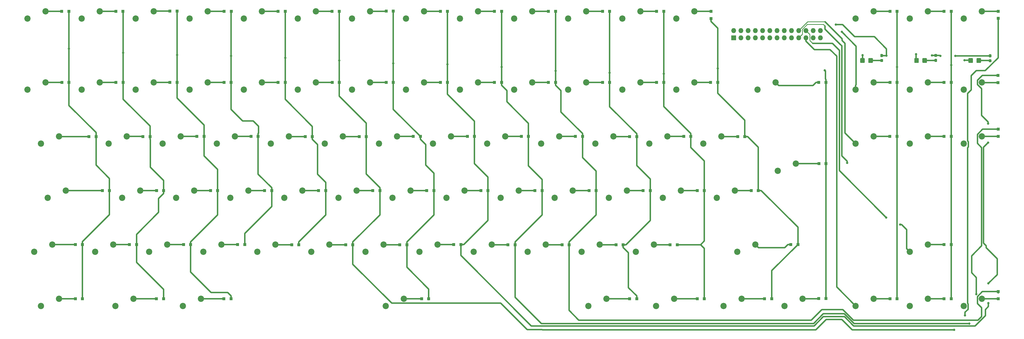
<source format=gtl>
G04 #@! TF.GenerationSoftware,KiCad,Pcbnew,(5.1.0)-1*
G04 #@! TF.CreationDate,2022-03-22T21:13:00+01:00*
G04 #@! TF.ProjectId,keyboard,6b657962-6f61-4726-942e-6b696361645f,rev?*
G04 #@! TF.SameCoordinates,Original*
G04 #@! TF.FileFunction,Copper,L1,Top*
G04 #@! TF.FilePolarity,Positive*
%FSLAX46Y46*%
G04 Gerber Fmt 4.6, Leading zero omitted, Abs format (unit mm)*
G04 Created by KiCad (PCBNEW (5.1.0)-1) date 2022-03-22 21:13:00*
%MOMM*%
%LPD*%
G04 APERTURE LIST*
%ADD10C,0.100000*%
%ADD11C,0.950000*%
%ADD12C,1.600000*%
%ADD13O,1.727200X1.727200*%
%ADD14R,1.727200X1.727200*%
%ADD15R,1.000000X1.000000*%
%ADD16C,2.200000*%
%ADD17C,0.800000*%
%ADD18C,0.500000*%
%ADD19C,0.250000*%
G04 APERTURE END LIST*
D10*
G36*
X375360779Y-56576144D02*
G01*
X375383834Y-56579563D01*
X375406443Y-56585227D01*
X375428387Y-56593079D01*
X375449457Y-56603044D01*
X375469448Y-56615026D01*
X375488168Y-56628910D01*
X375505438Y-56644562D01*
X375521090Y-56661832D01*
X375534974Y-56680552D01*
X375546956Y-56700543D01*
X375556921Y-56721613D01*
X375564773Y-56743557D01*
X375570437Y-56766166D01*
X375573856Y-56789221D01*
X375575000Y-56812500D01*
X375575000Y-57387500D01*
X375573856Y-57410779D01*
X375570437Y-57433834D01*
X375564773Y-57456443D01*
X375556921Y-57478387D01*
X375546956Y-57499457D01*
X375534974Y-57519448D01*
X375521090Y-57538168D01*
X375505438Y-57555438D01*
X375488168Y-57571090D01*
X375469448Y-57584974D01*
X375449457Y-57596956D01*
X375428387Y-57606921D01*
X375406443Y-57614773D01*
X375383834Y-57620437D01*
X375360779Y-57623856D01*
X375337500Y-57625000D01*
X374862500Y-57625000D01*
X374839221Y-57623856D01*
X374816166Y-57620437D01*
X374793557Y-57614773D01*
X374771613Y-57606921D01*
X374750543Y-57596956D01*
X374730552Y-57584974D01*
X374711832Y-57571090D01*
X374694562Y-57555438D01*
X374678910Y-57538168D01*
X374665026Y-57519448D01*
X374653044Y-57499457D01*
X374643079Y-57478387D01*
X374635227Y-57456443D01*
X374629563Y-57433834D01*
X374626144Y-57410779D01*
X374625000Y-57387500D01*
X374625000Y-56812500D01*
X374626144Y-56789221D01*
X374629563Y-56766166D01*
X374635227Y-56743557D01*
X374643079Y-56721613D01*
X374653044Y-56700543D01*
X374665026Y-56680552D01*
X374678910Y-56661832D01*
X374694562Y-56644562D01*
X374711832Y-56628910D01*
X374730552Y-56615026D01*
X374750543Y-56603044D01*
X374771613Y-56593079D01*
X374793557Y-56585227D01*
X374816166Y-56579563D01*
X374839221Y-56576144D01*
X374862500Y-56575000D01*
X375337500Y-56575000D01*
X375360779Y-56576144D01*
X375360779Y-56576144D01*
G37*
D11*
X375100000Y-57100000D03*
D10*
G36*
X375360779Y-54826144D02*
G01*
X375383834Y-54829563D01*
X375406443Y-54835227D01*
X375428387Y-54843079D01*
X375449457Y-54853044D01*
X375469448Y-54865026D01*
X375488168Y-54878910D01*
X375505438Y-54894562D01*
X375521090Y-54911832D01*
X375534974Y-54930552D01*
X375546956Y-54950543D01*
X375556921Y-54971613D01*
X375564773Y-54993557D01*
X375570437Y-55016166D01*
X375573856Y-55039221D01*
X375575000Y-55062500D01*
X375575000Y-55637500D01*
X375573856Y-55660779D01*
X375570437Y-55683834D01*
X375564773Y-55706443D01*
X375556921Y-55728387D01*
X375546956Y-55749457D01*
X375534974Y-55769448D01*
X375521090Y-55788168D01*
X375505438Y-55805438D01*
X375488168Y-55821090D01*
X375469448Y-55834974D01*
X375449457Y-55846956D01*
X375428387Y-55856921D01*
X375406443Y-55864773D01*
X375383834Y-55870437D01*
X375360779Y-55873856D01*
X375337500Y-55875000D01*
X374862500Y-55875000D01*
X374839221Y-55873856D01*
X374816166Y-55870437D01*
X374793557Y-55864773D01*
X374771613Y-55856921D01*
X374750543Y-55846956D01*
X374730552Y-55834974D01*
X374711832Y-55821090D01*
X374694562Y-55805438D01*
X374678910Y-55788168D01*
X374665026Y-55769448D01*
X374653044Y-55749457D01*
X374643079Y-55728387D01*
X374635227Y-55706443D01*
X374629563Y-55683834D01*
X374626144Y-55660779D01*
X374625000Y-55637500D01*
X374625000Y-55062500D01*
X374626144Y-55039221D01*
X374629563Y-55016166D01*
X374635227Y-54993557D01*
X374643079Y-54971613D01*
X374653044Y-54950543D01*
X374665026Y-54930552D01*
X374678910Y-54911832D01*
X374694562Y-54894562D01*
X374711832Y-54878910D01*
X374730552Y-54865026D01*
X374750543Y-54853044D01*
X374771613Y-54843079D01*
X374793557Y-54835227D01*
X374816166Y-54829563D01*
X374839221Y-54826144D01*
X374862500Y-54825000D01*
X375337500Y-54825000D01*
X375360779Y-54826144D01*
X375360779Y-54826144D01*
G37*
D11*
X375100000Y-55350000D03*
D10*
G36*
X356260779Y-56426144D02*
G01*
X356283834Y-56429563D01*
X356306443Y-56435227D01*
X356328387Y-56443079D01*
X356349457Y-56453044D01*
X356369448Y-56465026D01*
X356388168Y-56478910D01*
X356405438Y-56494562D01*
X356421090Y-56511832D01*
X356434974Y-56530552D01*
X356446956Y-56550543D01*
X356456921Y-56571613D01*
X356464773Y-56593557D01*
X356470437Y-56616166D01*
X356473856Y-56639221D01*
X356475000Y-56662500D01*
X356475000Y-57237500D01*
X356473856Y-57260779D01*
X356470437Y-57283834D01*
X356464773Y-57306443D01*
X356456921Y-57328387D01*
X356446956Y-57349457D01*
X356434974Y-57369448D01*
X356421090Y-57388168D01*
X356405438Y-57405438D01*
X356388168Y-57421090D01*
X356369448Y-57434974D01*
X356349457Y-57446956D01*
X356328387Y-57456921D01*
X356306443Y-57464773D01*
X356283834Y-57470437D01*
X356260779Y-57473856D01*
X356237500Y-57475000D01*
X355762500Y-57475000D01*
X355739221Y-57473856D01*
X355716166Y-57470437D01*
X355693557Y-57464773D01*
X355671613Y-57456921D01*
X355650543Y-57446956D01*
X355630552Y-57434974D01*
X355611832Y-57421090D01*
X355594562Y-57405438D01*
X355578910Y-57388168D01*
X355565026Y-57369448D01*
X355553044Y-57349457D01*
X355543079Y-57328387D01*
X355535227Y-57306443D01*
X355529563Y-57283834D01*
X355526144Y-57260779D01*
X355525000Y-57237500D01*
X355525000Y-56662500D01*
X355526144Y-56639221D01*
X355529563Y-56616166D01*
X355535227Y-56593557D01*
X355543079Y-56571613D01*
X355553044Y-56550543D01*
X355565026Y-56530552D01*
X355578910Y-56511832D01*
X355594562Y-56494562D01*
X355611832Y-56478910D01*
X355630552Y-56465026D01*
X355650543Y-56453044D01*
X355671613Y-56443079D01*
X355693557Y-56435227D01*
X355716166Y-56429563D01*
X355739221Y-56426144D01*
X355762500Y-56425000D01*
X356237500Y-56425000D01*
X356260779Y-56426144D01*
X356260779Y-56426144D01*
G37*
D11*
X356000000Y-56950000D03*
D10*
G36*
X356260779Y-54676144D02*
G01*
X356283834Y-54679563D01*
X356306443Y-54685227D01*
X356328387Y-54693079D01*
X356349457Y-54703044D01*
X356369448Y-54715026D01*
X356388168Y-54728910D01*
X356405438Y-54744562D01*
X356421090Y-54761832D01*
X356434974Y-54780552D01*
X356446956Y-54800543D01*
X356456921Y-54821613D01*
X356464773Y-54843557D01*
X356470437Y-54866166D01*
X356473856Y-54889221D01*
X356475000Y-54912500D01*
X356475000Y-55487500D01*
X356473856Y-55510779D01*
X356470437Y-55533834D01*
X356464773Y-55556443D01*
X356456921Y-55578387D01*
X356446956Y-55599457D01*
X356434974Y-55619448D01*
X356421090Y-55638168D01*
X356405438Y-55655438D01*
X356388168Y-55671090D01*
X356369448Y-55684974D01*
X356349457Y-55696956D01*
X356328387Y-55706921D01*
X356306443Y-55714773D01*
X356283834Y-55720437D01*
X356260779Y-55723856D01*
X356237500Y-55725000D01*
X355762500Y-55725000D01*
X355739221Y-55723856D01*
X355716166Y-55720437D01*
X355693557Y-55714773D01*
X355671613Y-55706921D01*
X355650543Y-55696956D01*
X355630552Y-55684974D01*
X355611832Y-55671090D01*
X355594562Y-55655438D01*
X355578910Y-55638168D01*
X355565026Y-55619448D01*
X355553044Y-55599457D01*
X355543079Y-55578387D01*
X355535227Y-55556443D01*
X355529563Y-55533834D01*
X355526144Y-55510779D01*
X355525000Y-55487500D01*
X355525000Y-54912500D01*
X355526144Y-54889221D01*
X355529563Y-54866166D01*
X355535227Y-54843557D01*
X355543079Y-54821613D01*
X355553044Y-54800543D01*
X355565026Y-54780552D01*
X355578910Y-54761832D01*
X355594562Y-54744562D01*
X355611832Y-54728910D01*
X355630552Y-54715026D01*
X355650543Y-54703044D01*
X355671613Y-54693079D01*
X355693557Y-54685227D01*
X355716166Y-54679563D01*
X355739221Y-54676144D01*
X355762500Y-54675000D01*
X356237500Y-54675000D01*
X356260779Y-54676144D01*
X356260779Y-54676144D01*
G37*
D11*
X356000000Y-55200000D03*
D10*
G36*
X337260779Y-56476144D02*
G01*
X337283834Y-56479563D01*
X337306443Y-56485227D01*
X337328387Y-56493079D01*
X337349457Y-56503044D01*
X337369448Y-56515026D01*
X337388168Y-56528910D01*
X337405438Y-56544562D01*
X337421090Y-56561832D01*
X337434974Y-56580552D01*
X337446956Y-56600543D01*
X337456921Y-56621613D01*
X337464773Y-56643557D01*
X337470437Y-56666166D01*
X337473856Y-56689221D01*
X337475000Y-56712500D01*
X337475000Y-57287500D01*
X337473856Y-57310779D01*
X337470437Y-57333834D01*
X337464773Y-57356443D01*
X337456921Y-57378387D01*
X337446956Y-57399457D01*
X337434974Y-57419448D01*
X337421090Y-57438168D01*
X337405438Y-57455438D01*
X337388168Y-57471090D01*
X337369448Y-57484974D01*
X337349457Y-57496956D01*
X337328387Y-57506921D01*
X337306443Y-57514773D01*
X337283834Y-57520437D01*
X337260779Y-57523856D01*
X337237500Y-57525000D01*
X336762500Y-57525000D01*
X336739221Y-57523856D01*
X336716166Y-57520437D01*
X336693557Y-57514773D01*
X336671613Y-57506921D01*
X336650543Y-57496956D01*
X336630552Y-57484974D01*
X336611832Y-57471090D01*
X336594562Y-57455438D01*
X336578910Y-57438168D01*
X336565026Y-57419448D01*
X336553044Y-57399457D01*
X336543079Y-57378387D01*
X336535227Y-57356443D01*
X336529563Y-57333834D01*
X336526144Y-57310779D01*
X336525000Y-57287500D01*
X336525000Y-56712500D01*
X336526144Y-56689221D01*
X336529563Y-56666166D01*
X336535227Y-56643557D01*
X336543079Y-56621613D01*
X336553044Y-56600543D01*
X336565026Y-56580552D01*
X336578910Y-56561832D01*
X336594562Y-56544562D01*
X336611832Y-56528910D01*
X336630552Y-56515026D01*
X336650543Y-56503044D01*
X336671613Y-56493079D01*
X336693557Y-56485227D01*
X336716166Y-56479563D01*
X336739221Y-56476144D01*
X336762500Y-56475000D01*
X337237500Y-56475000D01*
X337260779Y-56476144D01*
X337260779Y-56476144D01*
G37*
D11*
X337000000Y-57000000D03*
D10*
G36*
X337260779Y-54726144D02*
G01*
X337283834Y-54729563D01*
X337306443Y-54735227D01*
X337328387Y-54743079D01*
X337349457Y-54753044D01*
X337369448Y-54765026D01*
X337388168Y-54778910D01*
X337405438Y-54794562D01*
X337421090Y-54811832D01*
X337434974Y-54830552D01*
X337446956Y-54850543D01*
X337456921Y-54871613D01*
X337464773Y-54893557D01*
X337470437Y-54916166D01*
X337473856Y-54939221D01*
X337475000Y-54962500D01*
X337475000Y-55537500D01*
X337473856Y-55560779D01*
X337470437Y-55583834D01*
X337464773Y-55606443D01*
X337456921Y-55628387D01*
X337446956Y-55649457D01*
X337434974Y-55669448D01*
X337421090Y-55688168D01*
X337405438Y-55705438D01*
X337388168Y-55721090D01*
X337369448Y-55734974D01*
X337349457Y-55746956D01*
X337328387Y-55756921D01*
X337306443Y-55764773D01*
X337283834Y-55770437D01*
X337260779Y-55773856D01*
X337237500Y-55775000D01*
X336762500Y-55775000D01*
X336739221Y-55773856D01*
X336716166Y-55770437D01*
X336693557Y-55764773D01*
X336671613Y-55756921D01*
X336650543Y-55746956D01*
X336630552Y-55734974D01*
X336611832Y-55721090D01*
X336594562Y-55705438D01*
X336578910Y-55688168D01*
X336565026Y-55669448D01*
X336553044Y-55649457D01*
X336543079Y-55628387D01*
X336535227Y-55606443D01*
X336529563Y-55583834D01*
X336526144Y-55560779D01*
X336525000Y-55537500D01*
X336525000Y-54962500D01*
X336526144Y-54939221D01*
X336529563Y-54916166D01*
X336535227Y-54893557D01*
X336543079Y-54871613D01*
X336553044Y-54850543D01*
X336565026Y-54830552D01*
X336578910Y-54811832D01*
X336594562Y-54794562D01*
X336611832Y-54778910D01*
X336630552Y-54765026D01*
X336650543Y-54753044D01*
X336671613Y-54743079D01*
X336693557Y-54735227D01*
X336716166Y-54729563D01*
X336739221Y-54726144D01*
X336762500Y-54725000D01*
X337237500Y-54725000D01*
X337260779Y-54726144D01*
X337260779Y-54726144D01*
G37*
D11*
X337000000Y-55250000D03*
D10*
G36*
X368849504Y-56176204D02*
G01*
X368873773Y-56179804D01*
X368897571Y-56185765D01*
X368920671Y-56194030D01*
X368942849Y-56204520D01*
X368963893Y-56217133D01*
X368983598Y-56231747D01*
X369001777Y-56248223D01*
X369018253Y-56266402D01*
X369032867Y-56286107D01*
X369045480Y-56307151D01*
X369055970Y-56329329D01*
X369064235Y-56352429D01*
X369070196Y-56376227D01*
X369073796Y-56400496D01*
X369075000Y-56425000D01*
X369075000Y-57575000D01*
X369073796Y-57599504D01*
X369070196Y-57623773D01*
X369064235Y-57647571D01*
X369055970Y-57670671D01*
X369045480Y-57692849D01*
X369032867Y-57713893D01*
X369018253Y-57733598D01*
X369001777Y-57751777D01*
X368983598Y-57768253D01*
X368963893Y-57782867D01*
X368942849Y-57795480D01*
X368920671Y-57805970D01*
X368897571Y-57814235D01*
X368873773Y-57820196D01*
X368849504Y-57823796D01*
X368825000Y-57825000D01*
X367725000Y-57825000D01*
X367700496Y-57823796D01*
X367676227Y-57820196D01*
X367652429Y-57814235D01*
X367629329Y-57805970D01*
X367607151Y-57795480D01*
X367586107Y-57782867D01*
X367566402Y-57768253D01*
X367548223Y-57751777D01*
X367531747Y-57733598D01*
X367517133Y-57713893D01*
X367504520Y-57692849D01*
X367494030Y-57670671D01*
X367485765Y-57647571D01*
X367479804Y-57623773D01*
X367476204Y-57599504D01*
X367475000Y-57575000D01*
X367475000Y-56425000D01*
X367476204Y-56400496D01*
X367479804Y-56376227D01*
X367485765Y-56352429D01*
X367494030Y-56329329D01*
X367504520Y-56307151D01*
X367517133Y-56286107D01*
X367531747Y-56266402D01*
X367548223Y-56248223D01*
X367566402Y-56231747D01*
X367586107Y-56217133D01*
X367607151Y-56204520D01*
X367629329Y-56194030D01*
X367652429Y-56185765D01*
X367676227Y-56179804D01*
X367700496Y-56176204D01*
X367725000Y-56175000D01*
X368825000Y-56175000D01*
X368849504Y-56176204D01*
X368849504Y-56176204D01*
G37*
D12*
X368275000Y-57000000D03*
D10*
G36*
X371699504Y-56176204D02*
G01*
X371723773Y-56179804D01*
X371747571Y-56185765D01*
X371770671Y-56194030D01*
X371792849Y-56204520D01*
X371813893Y-56217133D01*
X371833598Y-56231747D01*
X371851777Y-56248223D01*
X371868253Y-56266402D01*
X371882867Y-56286107D01*
X371895480Y-56307151D01*
X371905970Y-56329329D01*
X371914235Y-56352429D01*
X371920196Y-56376227D01*
X371923796Y-56400496D01*
X371925000Y-56425000D01*
X371925000Y-57575000D01*
X371923796Y-57599504D01*
X371920196Y-57623773D01*
X371914235Y-57647571D01*
X371905970Y-57670671D01*
X371895480Y-57692849D01*
X371882867Y-57713893D01*
X371868253Y-57733598D01*
X371851777Y-57751777D01*
X371833598Y-57768253D01*
X371813893Y-57782867D01*
X371792849Y-57795480D01*
X371770671Y-57805970D01*
X371747571Y-57814235D01*
X371723773Y-57820196D01*
X371699504Y-57823796D01*
X371675000Y-57825000D01*
X370575000Y-57825000D01*
X370550496Y-57823796D01*
X370526227Y-57820196D01*
X370502429Y-57814235D01*
X370479329Y-57805970D01*
X370457151Y-57795480D01*
X370436107Y-57782867D01*
X370416402Y-57768253D01*
X370398223Y-57751777D01*
X370381747Y-57733598D01*
X370367133Y-57713893D01*
X370354520Y-57692849D01*
X370344030Y-57670671D01*
X370335765Y-57647571D01*
X370329804Y-57623773D01*
X370326204Y-57599504D01*
X370325000Y-57575000D01*
X370325000Y-56425000D01*
X370326204Y-56400496D01*
X370329804Y-56376227D01*
X370335765Y-56352429D01*
X370344030Y-56329329D01*
X370354520Y-56307151D01*
X370367133Y-56286107D01*
X370381747Y-56266402D01*
X370398223Y-56248223D01*
X370416402Y-56231747D01*
X370436107Y-56217133D01*
X370457151Y-56204520D01*
X370479329Y-56194030D01*
X370502429Y-56185765D01*
X370526227Y-56179804D01*
X370550496Y-56176204D01*
X370575000Y-56175000D01*
X371675000Y-56175000D01*
X371699504Y-56176204D01*
X371699504Y-56176204D01*
G37*
D12*
X371125000Y-57000000D03*
D10*
G36*
X349824504Y-56176204D02*
G01*
X349848773Y-56179804D01*
X349872571Y-56185765D01*
X349895671Y-56194030D01*
X349917849Y-56204520D01*
X349938893Y-56217133D01*
X349958598Y-56231747D01*
X349976777Y-56248223D01*
X349993253Y-56266402D01*
X350007867Y-56286107D01*
X350020480Y-56307151D01*
X350030970Y-56329329D01*
X350039235Y-56352429D01*
X350045196Y-56376227D01*
X350048796Y-56400496D01*
X350050000Y-56425000D01*
X350050000Y-57575000D01*
X350048796Y-57599504D01*
X350045196Y-57623773D01*
X350039235Y-57647571D01*
X350030970Y-57670671D01*
X350020480Y-57692849D01*
X350007867Y-57713893D01*
X349993253Y-57733598D01*
X349976777Y-57751777D01*
X349958598Y-57768253D01*
X349938893Y-57782867D01*
X349917849Y-57795480D01*
X349895671Y-57805970D01*
X349872571Y-57814235D01*
X349848773Y-57820196D01*
X349824504Y-57823796D01*
X349800000Y-57825000D01*
X348700000Y-57825000D01*
X348675496Y-57823796D01*
X348651227Y-57820196D01*
X348627429Y-57814235D01*
X348604329Y-57805970D01*
X348582151Y-57795480D01*
X348561107Y-57782867D01*
X348541402Y-57768253D01*
X348523223Y-57751777D01*
X348506747Y-57733598D01*
X348492133Y-57713893D01*
X348479520Y-57692849D01*
X348469030Y-57670671D01*
X348460765Y-57647571D01*
X348454804Y-57623773D01*
X348451204Y-57599504D01*
X348450000Y-57575000D01*
X348450000Y-56425000D01*
X348451204Y-56400496D01*
X348454804Y-56376227D01*
X348460765Y-56352429D01*
X348469030Y-56329329D01*
X348479520Y-56307151D01*
X348492133Y-56286107D01*
X348506747Y-56266402D01*
X348523223Y-56248223D01*
X348541402Y-56231747D01*
X348561107Y-56217133D01*
X348582151Y-56204520D01*
X348604329Y-56194030D01*
X348627429Y-56185765D01*
X348651227Y-56179804D01*
X348675496Y-56176204D01*
X348700000Y-56175000D01*
X349800000Y-56175000D01*
X349824504Y-56176204D01*
X349824504Y-56176204D01*
G37*
D12*
X349250000Y-57000000D03*
D10*
G36*
X352674504Y-56176204D02*
G01*
X352698773Y-56179804D01*
X352722571Y-56185765D01*
X352745671Y-56194030D01*
X352767849Y-56204520D01*
X352788893Y-56217133D01*
X352808598Y-56231747D01*
X352826777Y-56248223D01*
X352843253Y-56266402D01*
X352857867Y-56286107D01*
X352870480Y-56307151D01*
X352880970Y-56329329D01*
X352889235Y-56352429D01*
X352895196Y-56376227D01*
X352898796Y-56400496D01*
X352900000Y-56425000D01*
X352900000Y-57575000D01*
X352898796Y-57599504D01*
X352895196Y-57623773D01*
X352889235Y-57647571D01*
X352880970Y-57670671D01*
X352870480Y-57692849D01*
X352857867Y-57713893D01*
X352843253Y-57733598D01*
X352826777Y-57751777D01*
X352808598Y-57768253D01*
X352788893Y-57782867D01*
X352767849Y-57795480D01*
X352745671Y-57805970D01*
X352722571Y-57814235D01*
X352698773Y-57820196D01*
X352674504Y-57823796D01*
X352650000Y-57825000D01*
X351550000Y-57825000D01*
X351525496Y-57823796D01*
X351501227Y-57820196D01*
X351477429Y-57814235D01*
X351454329Y-57805970D01*
X351432151Y-57795480D01*
X351411107Y-57782867D01*
X351391402Y-57768253D01*
X351373223Y-57751777D01*
X351356747Y-57733598D01*
X351342133Y-57713893D01*
X351329520Y-57692849D01*
X351319030Y-57670671D01*
X351310765Y-57647571D01*
X351304804Y-57623773D01*
X351301204Y-57599504D01*
X351300000Y-57575000D01*
X351300000Y-56425000D01*
X351301204Y-56400496D01*
X351304804Y-56376227D01*
X351310765Y-56352429D01*
X351319030Y-56329329D01*
X351329520Y-56307151D01*
X351342133Y-56286107D01*
X351356747Y-56266402D01*
X351373223Y-56248223D01*
X351391402Y-56231747D01*
X351411107Y-56217133D01*
X351432151Y-56204520D01*
X351454329Y-56194030D01*
X351477429Y-56185765D01*
X351501227Y-56179804D01*
X351525496Y-56176204D01*
X351550000Y-56175000D01*
X352650000Y-56175000D01*
X352674504Y-56176204D01*
X352674504Y-56176204D01*
G37*
D12*
X352100000Y-57000000D03*
D10*
G36*
X330824504Y-56176204D02*
G01*
X330848773Y-56179804D01*
X330872571Y-56185765D01*
X330895671Y-56194030D01*
X330917849Y-56204520D01*
X330938893Y-56217133D01*
X330958598Y-56231747D01*
X330976777Y-56248223D01*
X330993253Y-56266402D01*
X331007867Y-56286107D01*
X331020480Y-56307151D01*
X331030970Y-56329329D01*
X331039235Y-56352429D01*
X331045196Y-56376227D01*
X331048796Y-56400496D01*
X331050000Y-56425000D01*
X331050000Y-57575000D01*
X331048796Y-57599504D01*
X331045196Y-57623773D01*
X331039235Y-57647571D01*
X331030970Y-57670671D01*
X331020480Y-57692849D01*
X331007867Y-57713893D01*
X330993253Y-57733598D01*
X330976777Y-57751777D01*
X330958598Y-57768253D01*
X330938893Y-57782867D01*
X330917849Y-57795480D01*
X330895671Y-57805970D01*
X330872571Y-57814235D01*
X330848773Y-57820196D01*
X330824504Y-57823796D01*
X330800000Y-57825000D01*
X329700000Y-57825000D01*
X329675496Y-57823796D01*
X329651227Y-57820196D01*
X329627429Y-57814235D01*
X329604329Y-57805970D01*
X329582151Y-57795480D01*
X329561107Y-57782867D01*
X329541402Y-57768253D01*
X329523223Y-57751777D01*
X329506747Y-57733598D01*
X329492133Y-57713893D01*
X329479520Y-57692849D01*
X329469030Y-57670671D01*
X329460765Y-57647571D01*
X329454804Y-57623773D01*
X329451204Y-57599504D01*
X329450000Y-57575000D01*
X329450000Y-56425000D01*
X329451204Y-56400496D01*
X329454804Y-56376227D01*
X329460765Y-56352429D01*
X329469030Y-56329329D01*
X329479520Y-56307151D01*
X329492133Y-56286107D01*
X329506747Y-56266402D01*
X329523223Y-56248223D01*
X329541402Y-56231747D01*
X329561107Y-56217133D01*
X329582151Y-56204520D01*
X329604329Y-56194030D01*
X329627429Y-56185765D01*
X329651227Y-56179804D01*
X329675496Y-56176204D01*
X329700000Y-56175000D01*
X330800000Y-56175000D01*
X330824504Y-56176204D01*
X330824504Y-56176204D01*
G37*
D12*
X330250000Y-57000000D03*
D10*
G36*
X333674504Y-56176204D02*
G01*
X333698773Y-56179804D01*
X333722571Y-56185765D01*
X333745671Y-56194030D01*
X333767849Y-56204520D01*
X333788893Y-56217133D01*
X333808598Y-56231747D01*
X333826777Y-56248223D01*
X333843253Y-56266402D01*
X333857867Y-56286107D01*
X333870480Y-56307151D01*
X333880970Y-56329329D01*
X333889235Y-56352429D01*
X333895196Y-56376227D01*
X333898796Y-56400496D01*
X333900000Y-56425000D01*
X333900000Y-57575000D01*
X333898796Y-57599504D01*
X333895196Y-57623773D01*
X333889235Y-57647571D01*
X333880970Y-57670671D01*
X333870480Y-57692849D01*
X333857867Y-57713893D01*
X333843253Y-57733598D01*
X333826777Y-57751777D01*
X333808598Y-57768253D01*
X333788893Y-57782867D01*
X333767849Y-57795480D01*
X333745671Y-57805970D01*
X333722571Y-57814235D01*
X333698773Y-57820196D01*
X333674504Y-57823796D01*
X333650000Y-57825000D01*
X332550000Y-57825000D01*
X332525496Y-57823796D01*
X332501227Y-57820196D01*
X332477429Y-57814235D01*
X332454329Y-57805970D01*
X332432151Y-57795480D01*
X332411107Y-57782867D01*
X332391402Y-57768253D01*
X332373223Y-57751777D01*
X332356747Y-57733598D01*
X332342133Y-57713893D01*
X332329520Y-57692849D01*
X332319030Y-57670671D01*
X332310765Y-57647571D01*
X332304804Y-57623773D01*
X332301204Y-57599504D01*
X332300000Y-57575000D01*
X332300000Y-56425000D01*
X332301204Y-56400496D01*
X332304804Y-56376227D01*
X332310765Y-56352429D01*
X332319030Y-56329329D01*
X332329520Y-56307151D01*
X332342133Y-56286107D01*
X332356747Y-56266402D01*
X332373223Y-56248223D01*
X332391402Y-56231747D01*
X332411107Y-56217133D01*
X332432151Y-56204520D01*
X332454329Y-56194030D01*
X332477429Y-56185765D01*
X332501227Y-56179804D01*
X332525496Y-56176204D01*
X332550000Y-56175000D01*
X333650000Y-56175000D01*
X333674504Y-56176204D01*
X333674504Y-56176204D01*
G37*
D12*
X333100000Y-57000000D03*
D13*
X315507000Y-46474400D03*
X315507000Y-49014400D03*
X312967000Y-46474400D03*
X312967000Y-49014400D03*
X310427000Y-46474400D03*
X310427000Y-49014400D03*
X307887000Y-46474400D03*
X307887000Y-49014400D03*
X305347000Y-46474400D03*
X305347000Y-49014400D03*
X302807000Y-46474400D03*
X302807000Y-49014400D03*
X300267000Y-46474400D03*
X300267000Y-49014400D03*
X297727000Y-46474400D03*
X297727000Y-49014400D03*
X295187000Y-46474400D03*
X295187000Y-49014400D03*
X292647000Y-46474400D03*
X292647000Y-49014400D03*
X290107000Y-46474400D03*
X290107000Y-49014400D03*
X287567000Y-46474400D03*
X287567000Y-49014400D03*
X285027000Y-46474400D03*
D14*
X285027000Y-49014400D03*
D15*
X51377800Y-39718000D03*
X48877800Y-39718000D03*
X56178400Y-140733800D03*
X53678400Y-140733800D03*
X377940200Y-138213800D03*
X377940200Y-140713800D03*
X377991000Y-81134600D03*
X377991000Y-83634600D03*
X377864000Y-62242400D03*
X377864000Y-64742400D03*
X377914800Y-42187200D03*
X377914800Y-39687200D03*
X361410200Y-140708400D03*
X358910200Y-140708400D03*
X361435600Y-121683800D03*
X358935600Y-121683800D03*
X361410200Y-83685400D03*
X358910200Y-83685400D03*
X361410200Y-64686200D03*
X358910200Y-64686200D03*
X361410200Y-39692600D03*
X358910200Y-39692600D03*
X342436400Y-140708400D03*
X339936400Y-140708400D03*
X342385600Y-83685400D03*
X339885600Y-83685400D03*
X342411000Y-64686200D03*
X339911000Y-64686200D03*
X342411000Y-39718000D03*
X339911000Y-39718000D03*
X317417400Y-140683000D03*
X314917400Y-140683000D03*
X317442800Y-93210400D03*
X314942800Y-93210400D03*
X317412000Y-64711600D03*
X314912000Y-64711600D03*
X298367400Y-140708400D03*
X295867400Y-140708400D03*
X307562200Y-121658400D03*
X305062200Y-121658400D03*
X293668400Y-102684600D03*
X291168400Y-102684600D03*
X288893200Y-83710800D03*
X286393200Y-83710800D03*
X279368200Y-64711600D03*
X276868200Y-64711600D03*
X277000000Y-42250000D03*
X277000000Y-39750000D03*
X274669200Y-140708400D03*
X272169200Y-140708400D03*
X265169600Y-121734600D03*
X262669600Y-121734600D03*
X274669200Y-102684600D03*
X272169200Y-102684600D03*
X269944800Y-83685400D03*
X267444800Y-83685400D03*
X260419800Y-64711600D03*
X257919800Y-64711600D03*
X260419800Y-39692600D03*
X257919800Y-39692600D03*
X250920200Y-140708400D03*
X248420200Y-140708400D03*
X246170400Y-121734600D03*
X243670400Y-121734600D03*
X255670000Y-102684600D03*
X253170000Y-102684600D03*
X250920200Y-83710800D03*
X248420200Y-83710800D03*
X241420600Y-64711600D03*
X238920600Y-64711600D03*
X241395200Y-39692600D03*
X238895200Y-39692600D03*
X227171200Y-121734600D03*
X224671200Y-121734600D03*
X236670800Y-102684600D03*
X234170800Y-102684600D03*
X231895600Y-83685400D03*
X229395600Y-83685400D03*
X222421400Y-64711600D03*
X219921400Y-64711600D03*
X222421400Y-39692600D03*
X219921400Y-39692600D03*
X208172000Y-121734600D03*
X205672000Y-121734600D03*
X217671600Y-102684600D03*
X215171600Y-102684600D03*
X212896400Y-83685400D03*
X210396400Y-83685400D03*
X203422200Y-64686200D03*
X200922200Y-64686200D03*
X203416800Y-39692600D03*
X200916800Y-39692600D03*
X189147400Y-121709200D03*
X186647400Y-121709200D03*
X198647000Y-102684600D03*
X196147000Y-102684600D03*
X193897200Y-83685400D03*
X191397200Y-83685400D03*
X184423000Y-64711600D03*
X181923000Y-64711600D03*
X184423000Y-39692600D03*
X181923000Y-39692600D03*
X177844400Y-140708400D03*
X175344400Y-140708400D03*
X170148200Y-121734600D03*
X167648200Y-121734600D03*
X179647800Y-102684600D03*
X177147800Y-102684600D03*
X174923400Y-83685400D03*
X172423400Y-83685400D03*
X165398400Y-64711600D03*
X162898400Y-64711600D03*
X165398400Y-39667200D03*
X162898400Y-39667200D03*
X151174400Y-121734600D03*
X148674400Y-121734600D03*
X160674000Y-102684600D03*
X158174000Y-102684600D03*
X155898800Y-83710800D03*
X153398800Y-83710800D03*
X146424600Y-64711600D03*
X143924600Y-64711600D03*
X146393800Y-39692600D03*
X143893800Y-39692600D03*
X132175200Y-121734600D03*
X129675200Y-121734600D03*
X141649400Y-102684600D03*
X139149400Y-102684600D03*
X136925000Y-83710800D03*
X134425000Y-83710800D03*
X127400000Y-64711600D03*
X124900000Y-64711600D03*
X127400000Y-39692600D03*
X124900000Y-39692600D03*
X113170600Y-121709200D03*
X110670600Y-121709200D03*
X122650200Y-102684600D03*
X120150200Y-102684600D03*
X117900400Y-83685400D03*
X115400400Y-83685400D03*
X108400800Y-64711600D03*
X105900800Y-64711600D03*
X108451600Y-39692600D03*
X105951600Y-39692600D03*
X108370000Y-140708400D03*
X105870000Y-140708400D03*
X94176800Y-121709200D03*
X91676800Y-121709200D03*
X103651000Y-102684600D03*
X101151000Y-102684600D03*
X98895800Y-83685400D03*
X96395800Y-83685400D03*
X89401600Y-64711600D03*
X86901600Y-64711600D03*
X89396200Y-39667200D03*
X86896200Y-39667200D03*
X84651800Y-140708400D03*
X82151800Y-140708400D03*
X75146800Y-121683800D03*
X72646800Y-121683800D03*
X84677200Y-102735400D03*
X82177200Y-102735400D03*
X79896600Y-83710800D03*
X77396600Y-83710800D03*
X70427800Y-64686200D03*
X67927800Y-64686200D03*
X70402400Y-39692600D03*
X67902400Y-39692600D03*
X56153000Y-121683800D03*
X53653000Y-121683800D03*
X65652600Y-102684600D03*
X63152600Y-102684600D03*
X60928200Y-83710800D03*
X58428200Y-83710800D03*
X51428600Y-64711600D03*
X48928600Y-64711600D03*
D16*
X281475000Y-143240000D03*
X287825000Y-140700000D03*
X36850000Y-42240000D03*
X43200000Y-39700000D03*
X36850000Y-67240000D03*
X43200000Y-64700000D03*
X55850000Y-42240000D03*
X62200000Y-39700000D03*
X55850000Y-67240000D03*
X62200000Y-64700000D03*
X65350000Y-86240000D03*
X71700000Y-83700000D03*
X70100000Y-105240000D03*
X76450000Y-102700000D03*
X60600000Y-124240000D03*
X66950000Y-121700000D03*
X74850000Y-42240000D03*
X81200000Y-39700000D03*
X74850000Y-67240000D03*
X81200000Y-64700000D03*
X84350000Y-86240000D03*
X90700000Y-83700000D03*
X89100000Y-105240000D03*
X95450000Y-102700000D03*
X79600000Y-124240000D03*
X85950000Y-121700000D03*
X93850000Y-42240000D03*
X100200000Y-39700000D03*
X93850000Y-67240000D03*
X100200000Y-64700000D03*
X103350000Y-86240000D03*
X109700000Y-83700000D03*
X108100000Y-105240000D03*
X114450000Y-102700000D03*
X98600000Y-124240000D03*
X104950000Y-121700000D03*
X112850000Y-42240000D03*
X119200000Y-39700000D03*
X112850000Y-67240000D03*
X119200000Y-64700000D03*
X122350000Y-86240000D03*
X128700000Y-83700000D03*
X127100000Y-105240000D03*
X133450000Y-102700000D03*
X117600000Y-124240000D03*
X123950000Y-121700000D03*
X131850000Y-42240000D03*
X138200000Y-39700000D03*
X131850000Y-67240000D03*
X138200000Y-64700000D03*
X141350000Y-86240000D03*
X147700000Y-83700000D03*
X146100000Y-105240000D03*
X152450000Y-102700000D03*
X136600000Y-124240000D03*
X142950000Y-121700000D03*
X150850000Y-42240000D03*
X157200000Y-39700000D03*
X150850000Y-67240000D03*
X157200000Y-64700000D03*
X160350000Y-86240000D03*
X166700000Y-83700000D03*
X165100000Y-105240000D03*
X171450000Y-102700000D03*
X155600000Y-124240000D03*
X161950000Y-121700000D03*
X169850000Y-42240000D03*
X176200000Y-39700000D03*
X169850000Y-67240000D03*
X176200000Y-64700000D03*
X179350000Y-86240000D03*
X185700000Y-83700000D03*
X184100000Y-105240000D03*
X190450000Y-102700000D03*
X174600000Y-124240000D03*
X180950000Y-121700000D03*
X188850000Y-42240000D03*
X195200000Y-39700000D03*
X188850000Y-67240000D03*
X195200000Y-64700000D03*
X198350000Y-86240000D03*
X204700000Y-83700000D03*
X203100000Y-105240000D03*
X209450000Y-102700000D03*
X193600000Y-124240000D03*
X199950000Y-121700000D03*
X207850000Y-42240000D03*
X214200000Y-39700000D03*
X207850000Y-67240000D03*
X214200000Y-64700000D03*
X217350000Y-86240000D03*
X223700000Y-83700000D03*
X222100000Y-105240000D03*
X228450000Y-102700000D03*
X212600000Y-124240000D03*
X218950000Y-121700000D03*
X226850000Y-42240000D03*
X233200000Y-39700000D03*
X226850000Y-67240000D03*
X233200000Y-64700000D03*
X236350000Y-86240000D03*
X242700000Y-83700000D03*
X241100000Y-105240000D03*
X247450000Y-102700000D03*
X231600000Y-124240000D03*
X237950000Y-121700000D03*
X245850000Y-42240000D03*
X252200000Y-39700000D03*
X245850000Y-67240000D03*
X252200000Y-64700000D03*
X255350000Y-86240000D03*
X261700000Y-83700000D03*
X260100000Y-105240000D03*
X266450000Y-102700000D03*
X250600000Y-124240000D03*
X256950000Y-121700000D03*
X264850000Y-42240000D03*
X271200000Y-39700000D03*
X264850000Y-67240000D03*
X271200000Y-64700000D03*
X274350000Y-86240000D03*
X280700000Y-83700000D03*
X279100000Y-105240000D03*
X285450000Y-102700000D03*
X327850000Y-42240000D03*
X334200000Y-39700000D03*
X327850000Y-67240000D03*
X334200000Y-64700000D03*
X327850000Y-86240000D03*
X334200000Y-83700000D03*
X327850000Y-143240000D03*
X334200000Y-140700000D03*
X346850000Y-42240000D03*
X353200000Y-39700000D03*
X346850000Y-67240000D03*
X353200000Y-64700000D03*
X346850000Y-86240000D03*
X353200000Y-83700000D03*
X346850000Y-143240000D03*
X353200000Y-140700000D03*
X365850000Y-42240000D03*
X372200000Y-39700000D03*
X365850000Y-67240000D03*
X372200000Y-64700000D03*
X365850000Y-86240000D03*
X372200000Y-83700000D03*
X346850000Y-124240000D03*
X353200000Y-121700000D03*
X365850000Y-143240000D03*
X372200000Y-140700000D03*
X302850000Y-143240000D03*
X309200000Y-140700000D03*
X233975000Y-143240000D03*
X240325000Y-140700000D03*
X257725000Y-143240000D03*
X264075000Y-140700000D03*
X286225000Y-124240000D03*
X292575000Y-121700000D03*
X300475000Y-95740000D03*
X306825000Y-93200000D03*
X91475000Y-143240000D03*
X97825000Y-140700000D03*
X67725000Y-143240000D03*
X74075000Y-140700000D03*
X39225000Y-124240000D03*
X45575000Y-121700000D03*
X293350000Y-67240000D03*
X299700000Y-64700000D03*
X162725000Y-143240000D03*
X169075000Y-140700000D03*
X41600000Y-143240000D03*
X47950000Y-140700000D03*
X43975000Y-105240000D03*
X50325000Y-102700000D03*
X41600000Y-86240000D03*
X47950000Y-83700000D03*
D17*
X322974600Y-46931600D03*
X324828800Y-92956400D03*
X343497800Y-114673400D03*
X338621000Y-112209600D03*
X51377800Y-52869800D03*
X70427800Y-54241400D03*
X89396200Y-55034200D03*
X108400800Y-55395200D03*
X127400000Y-56019400D03*
X146424600Y-56984600D03*
X366307000Y-146575800D03*
X362446200Y-151630400D03*
X165398400Y-58011400D03*
X184423000Y-58316200D03*
X374511200Y-142283200D03*
X374511200Y-135323600D03*
X374409600Y-85844400D03*
X374409600Y-79164200D03*
X203416800Y-59250600D03*
X370269400Y-139133600D03*
X367805600Y-149420600D03*
X222421400Y-60591400D03*
X241395200Y-61277200D03*
X260419800Y-61618200D03*
X279368200Y-59789400D03*
X317005600Y-60469800D03*
X342411000Y-59296000D03*
X361410200Y-58635600D03*
X330300000Y-55100000D03*
X349100000Y-54800000D03*
X366100000Y-56900000D03*
X362900000Y-55400000D03*
X357600000Y-55400000D03*
X354700000Y-55200000D03*
X338700000Y-55300000D03*
X320900000Y-44400000D03*
D18*
X43218000Y-39718000D02*
X43200000Y-39700000D01*
X48877800Y-39718000D02*
X43218000Y-39718000D01*
X43211600Y-64711600D02*
X43200000Y-64700000D01*
X48928600Y-64711600D02*
X43211600Y-64711600D01*
X47960800Y-83710800D02*
X47950000Y-83700000D01*
X58428200Y-83710800D02*
X47960800Y-83710800D01*
X63137200Y-102700000D02*
X63152600Y-102684600D01*
X50325000Y-102700000D02*
X63137200Y-102700000D01*
X45591200Y-121683800D02*
X45575000Y-121700000D01*
X53653000Y-121683800D02*
X45591200Y-121683800D01*
X47983800Y-140733800D02*
X47950000Y-140700000D01*
X53678400Y-140733800D02*
X47983800Y-140733800D01*
X62207400Y-39692600D02*
X62200000Y-39700000D01*
X67902400Y-39692600D02*
X62207400Y-39692600D01*
X67914000Y-64700000D02*
X67927800Y-64686200D01*
X62200000Y-64700000D02*
X67914000Y-64700000D01*
X77385800Y-83700000D02*
X77396600Y-83710800D01*
X71700000Y-83700000D02*
X77385800Y-83700000D01*
X76485400Y-102735400D02*
X76450000Y-102700000D01*
X82177200Y-102735400D02*
X76485400Y-102735400D01*
X66966200Y-121683800D02*
X66950000Y-121700000D01*
X72646800Y-121683800D02*
X66966200Y-121683800D01*
X74083400Y-140708400D02*
X74075000Y-140700000D01*
X82151800Y-140708400D02*
X74083400Y-140708400D01*
X81232800Y-39667200D02*
X81200000Y-39700000D01*
X86896200Y-39667200D02*
X81232800Y-39667200D01*
X81211600Y-64711600D02*
X81200000Y-64700000D01*
X86901600Y-64711600D02*
X81211600Y-64711600D01*
X90714600Y-83685400D02*
X90700000Y-83700000D01*
X96395800Y-83685400D02*
X90714600Y-83685400D01*
X95465400Y-102684600D02*
X95450000Y-102700000D01*
X101151000Y-102684600D02*
X95465400Y-102684600D01*
X91667600Y-121700000D02*
X91676800Y-121709200D01*
X85950000Y-121700000D02*
X91667600Y-121700000D01*
X327850000Y-65684366D02*
X328003800Y-65530566D01*
X327850000Y-67240000D02*
X327850000Y-65684366D01*
X328003800Y-65530566D02*
X328003800Y-51960800D01*
X328003800Y-51960800D02*
X322974600Y-46931600D01*
X327850000Y-86240000D02*
X324092200Y-82482200D01*
X324092200Y-82482200D02*
X324092200Y-50944800D01*
X324092200Y-50944800D02*
X323101600Y-49954200D01*
D19*
X310985800Y-43375600D02*
X307887000Y-46474400D01*
X317081800Y-43375600D02*
X310985800Y-43375600D01*
D18*
X323101600Y-49395400D02*
X317081800Y-43375600D01*
X323101600Y-49954200D02*
X323101600Y-49395400D01*
X324828800Y-92390715D02*
X322974600Y-90536515D01*
X324828800Y-92956400D02*
X324828800Y-92390715D01*
X322974600Y-90536515D02*
X322974600Y-51859200D01*
X322974600Y-51859200D02*
X322517400Y-51402000D01*
D19*
X310826870Y-44315400D02*
X309106200Y-46036070D01*
X316472200Y-44315400D02*
X310826870Y-44315400D01*
X309106200Y-47795200D02*
X307887000Y-49014400D01*
X309106200Y-46036070D02*
X309106200Y-47795200D01*
D18*
X322517400Y-51402000D02*
X322502000Y-51402000D01*
X317078400Y-45978400D02*
X317078400Y-44921600D01*
X322502000Y-51402000D02*
X317078400Y-45978400D01*
D19*
X317078400Y-44921600D02*
X316472200Y-44315400D01*
D18*
X345750001Y-123140001D02*
X345750001Y-116392201D01*
X346850000Y-124240000D02*
X345750001Y-123140001D01*
X345750001Y-116392201D02*
X344031200Y-114673400D01*
X344031200Y-114673400D02*
X343497800Y-114673400D01*
X338621000Y-112209600D02*
X322136400Y-95725000D01*
D19*
X311778399Y-47825799D02*
X310427000Y-46474400D01*
X311778399Y-49984799D02*
X311778399Y-47825799D01*
X312789200Y-50995600D02*
X311778399Y-49984799D01*
D18*
X322136400Y-53427600D02*
X319704400Y-50995600D01*
X322136400Y-54336400D02*
X322136400Y-53427600D01*
X319704400Y-50995600D02*
X312789200Y-50995600D01*
X322136400Y-54336400D02*
X322136400Y-53662600D01*
X322136400Y-95725000D02*
X322136400Y-54336400D01*
X310427000Y-50235714D02*
X310427000Y-49014400D01*
X313335332Y-53144046D02*
X310427000Y-50235714D01*
X318855954Y-53144046D02*
X313335332Y-53144046D01*
X321207792Y-55495884D02*
X318855954Y-53144046D01*
X321207792Y-136597792D02*
X321207792Y-55495884D01*
X327850000Y-143240000D02*
X321207792Y-136597792D01*
X97833400Y-140708400D02*
X97825000Y-140700000D01*
X105870000Y-140708400D02*
X97833400Y-140708400D01*
X100207400Y-39692600D02*
X100200000Y-39700000D01*
X105951600Y-39692600D02*
X100207400Y-39692600D01*
X100211600Y-64711600D02*
X100200000Y-64700000D01*
X105900800Y-64711600D02*
X100211600Y-64711600D01*
X109714600Y-83685400D02*
X109700000Y-83700000D01*
X115400400Y-83685400D02*
X109714600Y-83685400D01*
X114465400Y-102684600D02*
X114450000Y-102700000D01*
X120150200Y-102684600D02*
X114465400Y-102684600D01*
X104959200Y-121709200D02*
X104950000Y-121700000D01*
X110670600Y-121709200D02*
X104959200Y-121709200D01*
X169083400Y-140708400D02*
X169075000Y-140700000D01*
X175344400Y-140708400D02*
X169083400Y-140708400D01*
X119207400Y-39692600D02*
X119200000Y-39700000D01*
X124900000Y-39692600D02*
X119207400Y-39692600D01*
X119211600Y-64711600D02*
X119200000Y-64700000D01*
X124900000Y-64711600D02*
X119211600Y-64711600D01*
X128710800Y-83710800D02*
X128700000Y-83700000D01*
X134425000Y-83710800D02*
X128710800Y-83710800D01*
X133465400Y-102684600D02*
X133450000Y-102700000D01*
X139149400Y-102684600D02*
X133465400Y-102684600D01*
X123984600Y-121734600D02*
X123950000Y-121700000D01*
X129675200Y-121734600D02*
X123984600Y-121734600D01*
X240333400Y-140708400D02*
X240325000Y-140700000D01*
X248420200Y-140708400D02*
X240333400Y-140708400D01*
X138207400Y-39692600D02*
X138200000Y-39700000D01*
X143893800Y-39692600D02*
X138207400Y-39692600D01*
X143913000Y-64700000D02*
X143924600Y-64711600D01*
X138200000Y-64700000D02*
X143913000Y-64700000D01*
X147710800Y-83710800D02*
X147700000Y-83700000D01*
X153398800Y-83710800D02*
X147710800Y-83710800D01*
X152465400Y-102684600D02*
X152450000Y-102700000D01*
X158174000Y-102684600D02*
X152465400Y-102684600D01*
X142984600Y-121734600D02*
X142950000Y-121700000D01*
X148674400Y-121734600D02*
X142984600Y-121734600D01*
X264083400Y-140708400D02*
X264075000Y-140700000D01*
X272169200Y-140708400D02*
X264083400Y-140708400D01*
X162865600Y-39700000D02*
X162898400Y-39667200D01*
X157200000Y-39700000D02*
X162865600Y-39700000D01*
X157211600Y-64711600D02*
X157200000Y-64700000D01*
X162898400Y-64711600D02*
X157211600Y-64711600D01*
X166714600Y-83685400D02*
X166700000Y-83700000D01*
X172423400Y-83685400D02*
X166714600Y-83685400D01*
X171465400Y-102684600D02*
X171450000Y-102700000D01*
X177147800Y-102684600D02*
X171465400Y-102684600D01*
X161984600Y-121734600D02*
X161950000Y-121700000D01*
X167648200Y-121734600D02*
X161984600Y-121734600D01*
X287833400Y-140708400D02*
X287825000Y-140700000D01*
X295867400Y-140708400D02*
X287833400Y-140708400D01*
X176207400Y-39692600D02*
X176200000Y-39700000D01*
X181923000Y-39692600D02*
X176207400Y-39692600D01*
X176211600Y-64711600D02*
X176200000Y-64700000D01*
X181923000Y-64711600D02*
X176211600Y-64711600D01*
X185714600Y-83685400D02*
X185700000Y-83700000D01*
X191397200Y-83685400D02*
X185714600Y-83685400D01*
X190465400Y-102684600D02*
X190450000Y-102700000D01*
X196147000Y-102684600D02*
X190465400Y-102684600D01*
X180959200Y-121709200D02*
X180950000Y-121700000D01*
X186647400Y-121709200D02*
X180959200Y-121709200D01*
X195207400Y-39692600D02*
X195200000Y-39700000D01*
X200916800Y-39692600D02*
X195207400Y-39692600D01*
X200908400Y-64700000D02*
X200922200Y-64686200D01*
X195200000Y-64700000D02*
X200908400Y-64700000D01*
X204714600Y-83685400D02*
X204700000Y-83700000D01*
X210396400Y-83685400D02*
X204714600Y-83685400D01*
X209465400Y-102684600D02*
X209450000Y-102700000D01*
X215171600Y-102684600D02*
X209465400Y-102684600D01*
X199984600Y-121734600D02*
X199950000Y-121700000D01*
X205672000Y-121734600D02*
X199984600Y-121734600D01*
X214207400Y-39692600D02*
X214200000Y-39700000D01*
X219921400Y-39692600D02*
X214207400Y-39692600D01*
X214211600Y-64711600D02*
X214200000Y-64700000D01*
X219921400Y-64711600D02*
X214211600Y-64711600D01*
X223714600Y-83685400D02*
X223700000Y-83700000D01*
X229395600Y-83685400D02*
X223714600Y-83685400D01*
X228465400Y-102684600D02*
X228450000Y-102700000D01*
X234170800Y-102684600D02*
X228465400Y-102684600D01*
X218984600Y-121734600D02*
X218950000Y-121700000D01*
X224671200Y-121734600D02*
X218984600Y-121734600D01*
X233207400Y-39692600D02*
X233200000Y-39700000D01*
X238895200Y-39692600D02*
X233207400Y-39692600D01*
X233211600Y-64711600D02*
X233200000Y-64700000D01*
X238920600Y-64711600D02*
X233211600Y-64711600D01*
X242710800Y-83710800D02*
X242700000Y-83700000D01*
X248420200Y-83710800D02*
X242710800Y-83710800D01*
X247465400Y-102684600D02*
X247450000Y-102700000D01*
X253170000Y-102684600D02*
X247465400Y-102684600D01*
X237984600Y-121734600D02*
X237950000Y-121700000D01*
X243670400Y-121734600D02*
X237984600Y-121734600D01*
X252207400Y-39692600D02*
X252200000Y-39700000D01*
X257919800Y-39692600D02*
X252207400Y-39692600D01*
X252211600Y-64711600D02*
X252200000Y-64700000D01*
X257919800Y-64711600D02*
X252211600Y-64711600D01*
X261714600Y-83685400D02*
X261700000Y-83700000D01*
X267444800Y-83685400D02*
X261714600Y-83685400D01*
X266465400Y-102684600D02*
X266450000Y-102700000D01*
X272169200Y-102684600D02*
X266465400Y-102684600D01*
X256984600Y-121734600D02*
X256950000Y-121700000D01*
X262669600Y-121734600D02*
X256984600Y-121734600D01*
X271218000Y-39718000D02*
X271200000Y-39700000D01*
X276919000Y-39718000D02*
X271218000Y-39718000D01*
X271211600Y-64711600D02*
X271200000Y-64700000D01*
X276868200Y-64711600D02*
X271211600Y-64711600D01*
X280710800Y-83710800D02*
X280700000Y-83700000D01*
X286393200Y-83710800D02*
X280710800Y-83710800D01*
X291153000Y-102700000D02*
X291168400Y-102684600D01*
X285450000Y-102700000D02*
X291153000Y-102700000D01*
X293674999Y-122799999D02*
X292575000Y-121700000D01*
X302920601Y-122799999D02*
X293674999Y-122799999D01*
X304062200Y-121658400D02*
X302920601Y-122799999D01*
X305062200Y-121658400D02*
X304062200Y-121658400D01*
X300799999Y-65799999D02*
X299700000Y-64700000D01*
X312823601Y-65799999D02*
X300799999Y-65799999D01*
X314912000Y-64711600D02*
X313912000Y-64711600D01*
X313912000Y-64711600D02*
X312823601Y-65799999D01*
X306835400Y-93210400D02*
X306825000Y-93200000D01*
X314942800Y-93210400D02*
X306835400Y-93210400D01*
X314900400Y-140700000D02*
X314917400Y-140683000D01*
X309200000Y-140700000D02*
X314900400Y-140700000D01*
X334218000Y-39718000D02*
X334200000Y-39700000D01*
X339911000Y-39718000D02*
X334218000Y-39718000D01*
X339897200Y-64700000D02*
X339911000Y-64686200D01*
X334200000Y-64700000D02*
X339897200Y-64700000D01*
X338885600Y-83685400D02*
X339885600Y-83685400D01*
X335770234Y-83685400D02*
X338885600Y-83685400D01*
X335755634Y-83700000D02*
X335770234Y-83685400D01*
X334200000Y-83700000D02*
X335755634Y-83700000D01*
X334208400Y-140708400D02*
X334200000Y-140700000D01*
X339936400Y-140708400D02*
X334208400Y-140708400D01*
X353207400Y-39692600D02*
X353200000Y-39700000D01*
X358910200Y-39692600D02*
X353207400Y-39692600D01*
X353213800Y-64686200D02*
X353200000Y-64700000D01*
X358910200Y-64686200D02*
X353213800Y-64686200D01*
X353214600Y-83685400D02*
X353200000Y-83700000D01*
X358910200Y-83685400D02*
X353214600Y-83685400D01*
X353216200Y-121683800D02*
X353200000Y-121700000D01*
X358935600Y-121683800D02*
X353216200Y-121683800D01*
X353208400Y-140708400D02*
X353200000Y-140700000D01*
X358910200Y-140708400D02*
X353208400Y-140708400D01*
X372212800Y-39687200D02*
X372200000Y-39700000D01*
X377914800Y-39687200D02*
X372212800Y-39687200D01*
X372242400Y-64742400D02*
X372200000Y-64700000D01*
X377864000Y-64742400D02*
X372242400Y-64742400D01*
X372265400Y-83634600D02*
X372200000Y-83700000D01*
X377991000Y-83634600D02*
X372265400Y-83634600D01*
X372213800Y-140713800D02*
X372200000Y-140700000D01*
X377940200Y-140713800D02*
X372213800Y-140713800D01*
X51377800Y-64660800D02*
X51428600Y-64711600D01*
X60928200Y-82344600D02*
X60928200Y-83710800D01*
X51428600Y-64711600D02*
X51428600Y-72845000D01*
X51428600Y-72845000D02*
X60928200Y-82344600D01*
X65652600Y-111184200D02*
X65652600Y-102684600D01*
X56153000Y-121683800D02*
X56153000Y-120683800D01*
X56153000Y-120683800D02*
X65652600Y-111184200D01*
X56153000Y-140708400D02*
X56178400Y-140733800D01*
X56153000Y-121683800D02*
X56153000Y-140708400D01*
X65652600Y-102684600D02*
X65652600Y-98448200D01*
X60928200Y-93723800D02*
X60928200Y-83710800D01*
X65652600Y-98448200D02*
X60928200Y-93723800D01*
X51377800Y-52869800D02*
X51377800Y-64660800D01*
X51377800Y-39718000D02*
X51377800Y-52869800D01*
X70427800Y-39718000D02*
X70402400Y-39692600D01*
X70427800Y-70584400D02*
X70427800Y-64686200D01*
X79896600Y-83710800D02*
X79896600Y-80053200D01*
X79896600Y-80053200D02*
X70427800Y-70584400D01*
X79896600Y-84710800D02*
X79998200Y-84812400D01*
X79896600Y-83710800D02*
X79896600Y-84710800D01*
X79998200Y-84812400D02*
X79998200Y-94505800D01*
X84677200Y-99184800D02*
X84677200Y-102735400D01*
X79998200Y-94505800D02*
X84677200Y-99184800D01*
X84677200Y-103735400D02*
X82893800Y-105518800D01*
X84677200Y-102735400D02*
X84677200Y-103735400D01*
X82893800Y-105518800D02*
X82893800Y-110355400D01*
X75146800Y-118102400D02*
X75146800Y-121683800D01*
X82893800Y-110355400D02*
X75146800Y-118102400D01*
X84651800Y-140708400D02*
X84651800Y-137437200D01*
X75146800Y-127932200D02*
X75146800Y-121683800D01*
X84651800Y-137437200D02*
X75146800Y-127932200D01*
X70427800Y-54241400D02*
X70427800Y-39718000D01*
X70427800Y-64686200D02*
X70427800Y-54241400D01*
X89396200Y-64706200D02*
X89401600Y-64711600D01*
X89401600Y-64711600D02*
X89401600Y-70203400D01*
X98895800Y-79697600D02*
X98895800Y-83685400D01*
X89401600Y-70203400D02*
X98895800Y-79697600D01*
X108370000Y-139708400D02*
X107150800Y-138489200D01*
X108370000Y-140708400D02*
X108370000Y-139708400D01*
X107150800Y-138489200D02*
X101375600Y-138489200D01*
X94176800Y-131290400D02*
X94176800Y-121709200D01*
X101375600Y-138489200D02*
X94176800Y-131290400D01*
X103651000Y-103684600D02*
X103651000Y-102684600D01*
X103651000Y-111235000D02*
X103651000Y-103684600D01*
X94176800Y-120709200D02*
X103651000Y-111235000D01*
X94176800Y-121709200D02*
X94176800Y-120709200D01*
X98895800Y-90543400D02*
X98895800Y-83685400D01*
X103651000Y-102684600D02*
X103651000Y-95298600D01*
X103651000Y-95298600D02*
X98895800Y-90543400D01*
X89396200Y-39667200D02*
X89396200Y-54348400D01*
X89396200Y-55034200D02*
X89396200Y-64706200D01*
X89396200Y-54348400D02*
X89396200Y-55034200D01*
X108400800Y-64711600D02*
X108400800Y-74185800D01*
X117900400Y-82685400D02*
X118047400Y-82538400D01*
X117900400Y-83685400D02*
X117900400Y-82685400D01*
X118047400Y-82538400D02*
X118047400Y-80104000D01*
X116152400Y-78209000D02*
X112424000Y-78209000D01*
X118047400Y-80104000D02*
X116152400Y-78209000D01*
X108400800Y-74185800D02*
X112424000Y-78209000D01*
X122650200Y-102684600D02*
X122650200Y-108292600D01*
X113170600Y-117772200D02*
X113170600Y-121709200D01*
X122650200Y-108292600D02*
X113170600Y-117772200D01*
X117900400Y-84685400D02*
X117900400Y-83685400D01*
X117900400Y-96934800D02*
X117900400Y-84685400D01*
X122650200Y-101684600D02*
X117900400Y-96934800D01*
X122650200Y-102684600D02*
X122650200Y-101684600D01*
X108400800Y-39743400D02*
X108451600Y-39692600D01*
X108400800Y-55395200D02*
X108400800Y-39743400D01*
X108400800Y-64711600D02*
X108400800Y-55395200D01*
X127400000Y-39692600D02*
X127400000Y-40692600D01*
X127400000Y-64711600D02*
X127400000Y-70635200D01*
X136925000Y-80160200D02*
X136925000Y-83710800D01*
X127400000Y-70635200D02*
X136925000Y-80160200D01*
X138779999Y-86565799D02*
X138779999Y-96924999D01*
X136925000Y-83710800D02*
X136925000Y-84710800D01*
X136925000Y-84710800D02*
X138779999Y-86565799D01*
X141649400Y-99794400D02*
X141649400Y-102684600D01*
X138779999Y-96924999D02*
X141649400Y-99794400D01*
X141649400Y-111260400D02*
X141649400Y-102684600D01*
X132175200Y-121734600D02*
X132175200Y-120734600D01*
X132175200Y-120734600D02*
X141649400Y-111260400D01*
X127400000Y-56019400D02*
X127400000Y-64711600D01*
X127400000Y-40692600D02*
X127400000Y-56019400D01*
X160674000Y-103684600D02*
X160674000Y-102684600D01*
X160674000Y-111235000D02*
X160674000Y-103684600D01*
X151174400Y-120734600D02*
X160674000Y-111235000D01*
X151174400Y-121734600D02*
X151174400Y-120734600D01*
X155898800Y-84710800D02*
X155898800Y-83710800D01*
X155898800Y-96909400D02*
X155898800Y-84710800D01*
X160674000Y-101684600D02*
X155898800Y-96909400D01*
X160674000Y-102684600D02*
X160674000Y-101684600D01*
X146424600Y-64711600D02*
X146424600Y-69517600D01*
X155898800Y-78991800D02*
X155898800Y-83868600D01*
X146424600Y-69517600D02*
X155898800Y-78991800D01*
X155898800Y-83868600D02*
X155898800Y-83710800D01*
X146424600Y-39723400D02*
X146393800Y-39692600D01*
X146424600Y-56984600D02*
X146424600Y-39723400D01*
X146424600Y-64711600D02*
X146424600Y-56984600D01*
X377914800Y-56085200D02*
X377914800Y-49700200D01*
X373421199Y-60578801D02*
X377914800Y-56085200D01*
X370221199Y-60578801D02*
X373421199Y-60578801D01*
X368483999Y-62316001D02*
X370221199Y-60578801D01*
X367209999Y-68568999D02*
X368483999Y-67294999D01*
X367209999Y-85305997D02*
X367209999Y-68568999D01*
X367424600Y-85520598D02*
X367209999Y-85305997D01*
X366307000Y-146575800D02*
X366307000Y-145506998D01*
X366307000Y-145506998D02*
X367400001Y-144413997D01*
X368483999Y-67294999D02*
X368483999Y-62316001D01*
X367424600Y-87389398D02*
X367424600Y-85520598D01*
X367400001Y-144413997D02*
X367400001Y-142495999D01*
X377914800Y-49700200D02*
X377914800Y-42187200D01*
X367400001Y-142495999D02*
X367209999Y-142305997D01*
X367209999Y-142305997D02*
X367209999Y-87603999D01*
X367209999Y-87603999D02*
X367424600Y-87389398D01*
X323000000Y-148000000D02*
X326630400Y-151630400D01*
X317500000Y-148000000D02*
X323000000Y-148000000D01*
X326630400Y-151630400D02*
X362446200Y-151630400D01*
X313869600Y-151630400D02*
X317500000Y-148000000D01*
X217771402Y-151630400D02*
X313869600Y-151630400D01*
X151174400Y-121734600D02*
X151174400Y-128598000D01*
X164826401Y-142250001D02*
X203098003Y-142250001D01*
X151174400Y-128598000D02*
X164826401Y-142250001D01*
X203098003Y-142250001D02*
X212418001Y-151569999D01*
X212418001Y-151569999D02*
X217711001Y-151569999D01*
X217711001Y-151569999D02*
X217771402Y-151630400D01*
X165398400Y-64960200D02*
X165398400Y-64711600D01*
X165398400Y-74160400D02*
X174923400Y-83685400D01*
X165398400Y-64711600D02*
X165398400Y-74160400D01*
X176779999Y-86541999D02*
X176779999Y-93751599D01*
X174923400Y-83685400D02*
X174923400Y-84685400D01*
X174923400Y-84685400D02*
X176779999Y-86541999D01*
X179647800Y-96619400D02*
X179647800Y-103060200D01*
X176779999Y-93751599D02*
X179647800Y-96619400D01*
X179647800Y-103060200D02*
X179647800Y-102684600D01*
X179647800Y-111235000D02*
X179647800Y-102684600D01*
X170148200Y-121734600D02*
X170148200Y-120734600D01*
X170148200Y-120734600D02*
X179647800Y-111235000D01*
X170148200Y-121734600D02*
X170148200Y-129614000D01*
X177844400Y-137310200D02*
X177844400Y-141033200D01*
X170148200Y-129614000D02*
X177844400Y-137310200D01*
X177844400Y-141033200D02*
X177844400Y-140708400D01*
X165398400Y-58011400D02*
X165398400Y-64960200D01*
X165398400Y-39667200D02*
X165398400Y-58011400D01*
X198647000Y-113209600D02*
X198647000Y-102684600D01*
X189147400Y-121709200D02*
X190147400Y-121709200D01*
X190147400Y-121709200D02*
X198647000Y-113209600D01*
X198647000Y-102684600D02*
X198647000Y-97991000D01*
X193897200Y-93241200D02*
X193897200Y-83685400D01*
X198647000Y-97991000D02*
X193897200Y-93241200D01*
X193897200Y-83685400D02*
X193897200Y-78306000D01*
X184423000Y-68831800D02*
X184423000Y-64711600D01*
X193897200Y-78306000D02*
X184423000Y-68831800D01*
X184423000Y-64711600D02*
X184423000Y-63711600D01*
X184423000Y-58316200D02*
X184423000Y-39692600D01*
X184423000Y-63711600D02*
X184423000Y-58316200D01*
X377914800Y-62191600D02*
X377864000Y-62242400D01*
X372810011Y-87443989D02*
X374409600Y-85844400D01*
X376864000Y-62242400D02*
X377864000Y-62242400D01*
X372363598Y-62242400D02*
X376864000Y-62242400D01*
X370649999Y-63955999D02*
X372363598Y-62242400D01*
X370649999Y-65444001D02*
X370649999Y-63955999D01*
X372110001Y-66904003D02*
X370649999Y-65444001D01*
X372110001Y-76298916D02*
X372110001Y-66904003D01*
X374409600Y-78598515D02*
X372110001Y-76298916D01*
X374409600Y-79164200D02*
X374409600Y-78598515D01*
X377600000Y-132234800D02*
X374511200Y-135323600D01*
X377600000Y-126700000D02*
X377600000Y-132234800D01*
X373700000Y-122079978D02*
X372810011Y-121189989D01*
X373700000Y-122800000D02*
X373700000Y-122079978D01*
X372810011Y-121189989D02*
X372810011Y-87443989D01*
X373700000Y-122800000D02*
X377600000Y-126700000D01*
X373439999Y-144497401D02*
X374511200Y-143426200D01*
X373439999Y-146615965D02*
X373439999Y-144497401D01*
X374511200Y-143426200D02*
X374511200Y-142283200D01*
X369785363Y-150270601D02*
X373439999Y-146615965D01*
X189147400Y-121709200D02*
X189147400Y-125521402D01*
X189147400Y-125521402D02*
X213896599Y-150270601D01*
X213896599Y-150270601D02*
X313229399Y-150270601D01*
X327166675Y-150270601D02*
X369785363Y-150270601D01*
X313229399Y-150270601D02*
X316500000Y-147000000D01*
X316500000Y-147000000D02*
X323896074Y-147000000D01*
X323896074Y-147000000D02*
X327166675Y-150270601D01*
X203416800Y-64680800D02*
X203422200Y-64686200D01*
X205279999Y-67543999D02*
X205279999Y-71451599D01*
X203422200Y-64686200D02*
X203422200Y-65686200D01*
X203422200Y-65686200D02*
X205279999Y-67543999D01*
X212896400Y-79068000D02*
X212896400Y-83685400D01*
X205279999Y-71451599D02*
X212896400Y-79068000D01*
X212896400Y-83685400D02*
X212896400Y-94028600D01*
X217671600Y-98803800D02*
X217671600Y-102684600D01*
X212896400Y-94028600D02*
X217671600Y-98803800D01*
X217671600Y-111235000D02*
X217671600Y-102684600D01*
X208172000Y-121734600D02*
X208172000Y-120734600D01*
X208172000Y-120734600D02*
X217671600Y-111235000D01*
X203416800Y-59250600D02*
X203416800Y-64680800D01*
X203416800Y-39692600D02*
X203416800Y-59250600D01*
X372471398Y-81134600D02*
X377991000Y-81134600D01*
X370649999Y-82955999D02*
X372471398Y-81134600D01*
X370649999Y-86143997D02*
X370649999Y-82955999D01*
X370269400Y-139133600D02*
X370269400Y-133269400D01*
X370269400Y-133269400D02*
X368600000Y-131600000D01*
X368600000Y-131600000D02*
X368600000Y-125620002D01*
X372110001Y-122110001D02*
X372110001Y-87603999D01*
X368600000Y-125620002D02*
X372110001Y-122110001D01*
X372110001Y-87603999D02*
X370649999Y-86143997D01*
X327306636Y-149420600D02*
X329079400Y-149420600D01*
X323886036Y-146000000D02*
X327306636Y-149420600D01*
X208172000Y-121734600D02*
X208172000Y-140180400D01*
X208172000Y-140180400D02*
X217412200Y-149420600D01*
X217412200Y-149420600D02*
X313089438Y-149420600D01*
X313089438Y-149420600D02*
X316500000Y-146010038D01*
X316500000Y-146010038D02*
X316500000Y-146000000D01*
X329079400Y-149420600D02*
X367805600Y-149420600D01*
X316500000Y-146000000D02*
X323886036Y-146000000D01*
X236670800Y-103684600D02*
X236670800Y-102684600D01*
X236670800Y-111235000D02*
X236670800Y-103684600D01*
X227171200Y-120734600D02*
X236670800Y-111235000D01*
X227171200Y-121734600D02*
X227171200Y-120734600D01*
X231895600Y-82685400D02*
X231895600Y-83685400D01*
X224279999Y-75069799D02*
X231895600Y-82685400D01*
X224279999Y-67570199D02*
X224279999Y-75069799D01*
X222421400Y-65711600D02*
X224279999Y-67570199D01*
X222421400Y-64711600D02*
X222421400Y-65711600D01*
X231895600Y-83685400D02*
X231895600Y-91082200D01*
X236670800Y-95857400D02*
X236670800Y-102684600D01*
X231895600Y-91082200D02*
X236670800Y-95857400D01*
X222421400Y-60591400D02*
X222421400Y-39692600D01*
X222421400Y-65711600D02*
X222421400Y-60591400D01*
X377940200Y-138676400D02*
X377940200Y-138213800D01*
X372392198Y-138213800D02*
X377940200Y-138213800D01*
X370649999Y-142384399D02*
X370649999Y-139955999D01*
X372110001Y-143844401D02*
X370649999Y-142384399D01*
X372110001Y-146956001D02*
X372110001Y-143844401D01*
X370836001Y-148230001D02*
X372110001Y-146956001D01*
X327105999Y-148230001D02*
X370836001Y-148230001D01*
X227171200Y-144828600D02*
X230572601Y-148230001D01*
X370649999Y-139955999D02*
X372392198Y-138213800D01*
X230572601Y-148230001D02*
X312269999Y-148230001D01*
X312269999Y-148230001D02*
X316000000Y-144500000D01*
X316000000Y-144500000D02*
X323375998Y-144500000D01*
X227171200Y-121734600D02*
X227171200Y-144828600D01*
X323375998Y-144500000D02*
X327105999Y-148230001D01*
X250920200Y-139708400D02*
X250920200Y-140708400D01*
X248029999Y-136818199D02*
X250920200Y-139708400D01*
X248029999Y-124594199D02*
X248029999Y-136818199D01*
X246170400Y-122734600D02*
X248029999Y-124594199D01*
X246170400Y-121734600D02*
X246170400Y-122734600D01*
X247170400Y-121734600D02*
X246170400Y-121734600D01*
X255670000Y-113235000D02*
X247170400Y-121734600D01*
X255670000Y-102684600D02*
X255670000Y-113235000D01*
X241420600Y-65711600D02*
X241420600Y-64711600D01*
X241420600Y-73211200D02*
X241420600Y-65711600D01*
X250920200Y-82710800D02*
X241420600Y-73211200D01*
X250920200Y-83710800D02*
X250920200Y-82710800D01*
X241395200Y-64686200D02*
X241420600Y-64711600D01*
X250920200Y-83710800D02*
X250920200Y-93901600D01*
X255670000Y-98651400D02*
X255670000Y-102684600D01*
X250920200Y-93901600D02*
X255670000Y-98651400D01*
X241395200Y-61277200D02*
X241395200Y-64686200D01*
X241395200Y-39692600D02*
X241395200Y-61277200D01*
X274669200Y-140708400D02*
X274669200Y-130234200D01*
X260419800Y-64711600D02*
X260419800Y-63711600D01*
X274669200Y-103684600D02*
X274669200Y-102684600D01*
X265169600Y-121734600D02*
X266169600Y-121734600D01*
X269944800Y-84685400D02*
X269944800Y-83685400D01*
X269944800Y-87568802D02*
X269944800Y-84685400D01*
X274669200Y-92293202D02*
X269944800Y-87568802D01*
X274669200Y-102684600D02*
X274669200Y-92293202D01*
X260419800Y-65711600D02*
X260419800Y-64711600D01*
X260419800Y-73160400D02*
X260419800Y-65711600D01*
X269944800Y-82685400D02*
X260419800Y-73160400D01*
X269944800Y-83685400D02*
X269944800Y-82685400D01*
X260419800Y-61618200D02*
X260419800Y-39692600D01*
X260419800Y-63711600D02*
X260419800Y-61618200D01*
X265169600Y-121734600D02*
X273365400Y-121734600D01*
X274669200Y-120430800D02*
X274669200Y-111530800D01*
X273365400Y-121734600D02*
X274669200Y-120430800D01*
X274669200Y-113235000D02*
X274669200Y-111530800D01*
X274669200Y-111530800D02*
X274669200Y-103684600D01*
X274669200Y-123038400D02*
X273365400Y-121734600D01*
X274669200Y-130234200D02*
X274669200Y-123038400D01*
X298367400Y-130853200D02*
X307562200Y-121658400D01*
X298367400Y-140708400D02*
X298367400Y-130853200D01*
X294668400Y-102684600D02*
X293668400Y-102684600D01*
X307562200Y-115578400D02*
X294668400Y-102684600D01*
X307562200Y-121658400D02*
X307562200Y-115578400D01*
X289893200Y-83710800D02*
X288893200Y-83710800D01*
X293668400Y-87486000D02*
X289893200Y-83710800D01*
X293668400Y-102684600D02*
X293668400Y-87486000D01*
X279368200Y-64655400D02*
X279368200Y-64711600D01*
X288893200Y-82710800D02*
X288893200Y-83710800D01*
X288893200Y-78027198D02*
X288893200Y-82710800D01*
X279368200Y-68502198D02*
X288893200Y-78027198D01*
X279368200Y-64711600D02*
X279368200Y-68502198D01*
X279368200Y-61988400D02*
X279368200Y-64655400D01*
X279368200Y-59789400D02*
X279368200Y-61988400D01*
X279368200Y-45618200D02*
X279368200Y-46231800D01*
X277000000Y-43250000D02*
X279368200Y-45618200D01*
X277000000Y-42250000D02*
X277000000Y-43250000D01*
X279368200Y-46231800D02*
X279368200Y-59789400D01*
X317417400Y-93235800D02*
X317442800Y-93210400D01*
X317417400Y-140683000D02*
X317417400Y-93235800D01*
X317412000Y-93179600D02*
X317442800Y-93210400D01*
X317412000Y-64711600D02*
X317412000Y-93179600D01*
X317412000Y-63711600D02*
X317208800Y-63508400D01*
X317412000Y-64711600D02*
X317412000Y-63711600D01*
X317208800Y-63508400D02*
X317208800Y-60673000D01*
X317208800Y-60673000D02*
X317005600Y-60469800D01*
X342411000Y-39718000D02*
X342411000Y-40718000D01*
X342411000Y-83660000D02*
X342385600Y-83685400D01*
X342411000Y-64686200D02*
X342411000Y-83660000D01*
X342385600Y-140657600D02*
X342436400Y-140708400D01*
X342385600Y-83685400D02*
X342385600Y-140657600D01*
X342411000Y-59296000D02*
X342411000Y-64686200D01*
X342411000Y-40718000D02*
X342411000Y-59296000D01*
X361410200Y-121709200D02*
X361435600Y-121683800D01*
X361410200Y-140708400D02*
X361410200Y-121709200D01*
X361435600Y-83710800D02*
X361410200Y-83685400D01*
X361435600Y-121683800D02*
X361435600Y-83710800D01*
X361410200Y-82685400D02*
X361410200Y-64686200D01*
X361410200Y-83685400D02*
X361410200Y-82685400D01*
X361410200Y-64686200D02*
X361410200Y-63686200D01*
X361410200Y-58635600D02*
X361410200Y-39692600D01*
X361410200Y-63686200D02*
X361410200Y-58635600D01*
X330250000Y-57000000D02*
X330250000Y-55150000D01*
X330250000Y-55150000D02*
X330300000Y-55100000D01*
X333100000Y-57000000D02*
X337000000Y-57000000D01*
X349100000Y-56850000D02*
X349250000Y-57000000D01*
X349100000Y-54800000D02*
X349100000Y-56850000D01*
X355950000Y-57000000D02*
X356000000Y-56950000D01*
X352100000Y-57000000D02*
X355950000Y-57000000D01*
X368175000Y-56900000D02*
X368275000Y-57000000D01*
X366100000Y-56900000D02*
X368175000Y-56900000D01*
X375000000Y-57000000D02*
X375100000Y-57100000D01*
X371125000Y-57000000D02*
X375000000Y-57000000D01*
X375100000Y-55350000D02*
X362950000Y-55350000D01*
X362950000Y-55350000D02*
X362900000Y-55400000D01*
X357400000Y-55200000D02*
X357600000Y-55400000D01*
X356000000Y-55200000D02*
X357400000Y-55200000D01*
X356000000Y-55200000D02*
X354700000Y-55200000D01*
X337050000Y-55300000D02*
X337000000Y-55250000D01*
X338700000Y-55300000D02*
X337050000Y-55300000D01*
X338700000Y-55300000D02*
X338700000Y-52900000D01*
X338700000Y-52900000D02*
X334400000Y-48600000D01*
X334400000Y-48600000D02*
X327500000Y-48600000D01*
X327500000Y-48600000D02*
X323300000Y-44400000D01*
X323300000Y-44400000D02*
X320900000Y-44400000D01*
M02*

</source>
